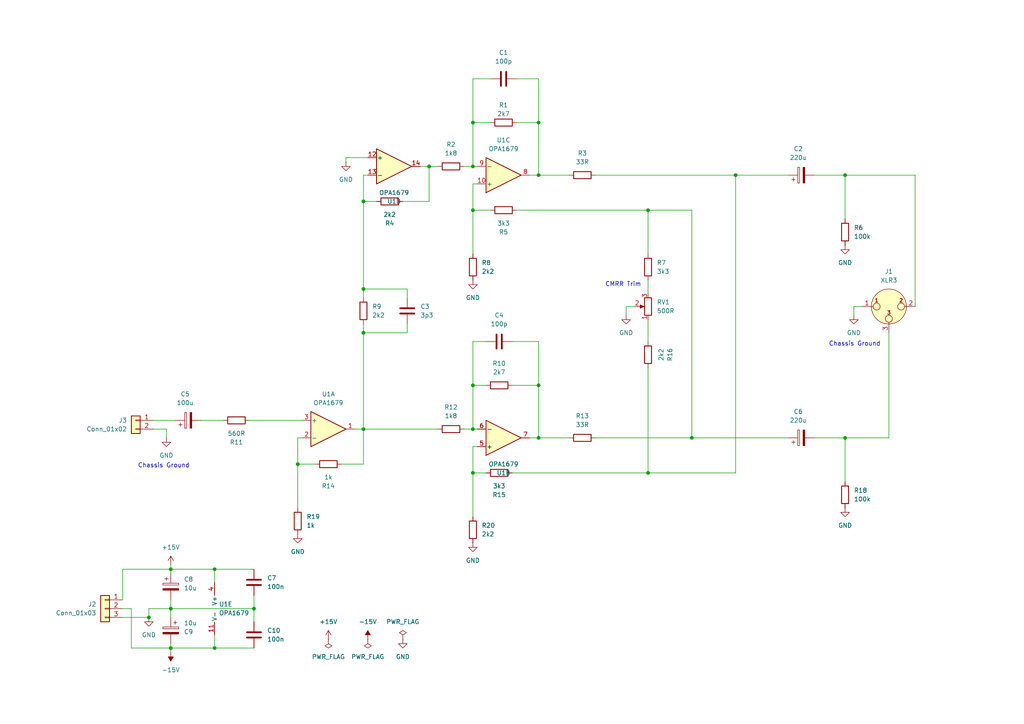
<source format=kicad_sch>
(kicad_sch (version 20231120) (generator "eeschema") (generator_version "8.0")
  (paper "A4")
  (title_block (title "Hybrid Line Driver") (date "2024-05-06") (rev "03") (company "Greybox Audio"))
  (lib_symbols
    (symbol "+15V_1" (power) (pin_numbers hide) (pin_names (offset 0) hide)
      (property "Value" "+15V" (at 0 3.556 0))
      (symbol "+15V_1_0_1"
        (polyline (pts (xy -0.762 1.27) (xy 0 2.54)))
        (polyline (pts (xy 0 0) (xy 0 2.54)))
        (polyline (pts (xy 0 2.54) (xy 0.762 1.27)))
      )
      (symbol "+15V_1_1_1"
        (pin power_in line (at 0 0 90) (length 0) (name "~") (number "1"))
      )
    )
    (symbol "Amplifier_Operational:OPA1679" (pin_names (offset 0.127))
      (property "Reference" "U" (at 0 5.08 0))
      (property "Value" "OPA1679" (at 0 -5.08 0))
      (symbol "OPA1679_1_1"
        (polyline (pts (xy -5.08 5.08) (xy 5.08 0) (xy -5.08 -5.08) (xy -5.08 5.08)) (stroke (width 0.254)) (fill (type background)))
        (pin output line (at 7.62 0 180) (length 2.54) (name "~") (number "1"))
        (pin input line (at -7.62 -2.54 0) (length 2.54) (name "-") (number "2"))
        (pin input line (at -7.62 2.54 0) (length 2.54) (name "+") (number "3"))
      )
      (symbol "OPA1679_2_1"
        (polyline (pts (xy -5.08 5.08) (xy 5.08 0) (xy -5.08 -5.08) (xy -5.08 5.08)) (stroke (width 0.254)) (fill (type background)))
        (pin input line (at -7.62 2.54 0) (length 2.54) (name "+") (number "5"))
        (pin input line (at -7.62 -2.54 0) (length 2.54) (name "-") (number "6"))
        (pin output line (at 7.62 0 180) (length 2.54) (name "~") (number "7"))
      )
      (symbol "OPA1679_3_1"
        (polyline (pts (xy -5.08 5.08) (xy 5.08 0) (xy -5.08 -5.08) (xy -5.08 5.08)) (stroke (width 0.254)) (fill (type background)))
        (pin input line (at -7.62 2.54 0) (length 2.54) (name "+") (number "10"))
        (pin output line (at 7.62 0 180) (length 2.54) (name "~") (number "8"))
        (pin input line (at -7.62 -2.54 0) (length 2.54) (name "-") (number "9"))
      )
      (symbol "OPA1679_4_1"
        (polyline (pts (xy -5.08 5.08) (xy 5.08 0) (xy -5.08 -5.08) (xy -5.08 5.08)) (stroke (width 0.254)) (fill (type background)))
        (pin input line (at -7.62 2.54 0) (length 2.54) (name "+") (number "12"))
        (pin input line (at -7.62 -2.54 0) (length 2.54) (name "-") (number "13"))
        (pin output line (at 7.62 0 180) (length 2.54) (name "~") (number "14"))
      )
      (symbol "OPA1679_5_1"
        (pin power_in line (at -2.54 -7.62 90) (length 3.81) (name "V-") (number "11"))
        (pin power_in line (at -2.54 7.62 270) (length 3.81) (name "V+") (number "4"))
      )
    )
    (symbol "Connector_Audio:XLR3" (pin_names hide)
      (property "Reference" "J" (at 0 8.89 0))
      (property "Value" "XLR3" (at 0 6.35 0))
      (symbol "XLR3_0_1"
        (circle (center -3.556 0) (radius 1.016))
        (circle (center 0 -3.556) (radius 1.016))
        (polyline (pts (xy -5.08 0) (xy -4.572 0)))
        (polyline (pts (xy 0 -5.08) (xy 0 -4.572)))
        (polyline (pts (xy 5.08 0) (xy 4.572 0)))
        (circle (center 0 0) (radius 5.08) (fill (type background)))
        (circle (center 3.556 0) (radius 1.016))
        (text "1" (at -3.556 1.778 0) (effects (font (size 1.016 1.016) (bold yes))))
        (text "2" (at 3.556 1.778 0) (effects (font (size 1.016 1.016) (bold yes))))
        (text "3" (at 0 -1.778 0) (effects (font (size 1.016 1.016) (bold yes))))
        (pin passive line (at -7.62 0 0) (length 2.54) (name "~") (number "1"))
        (pin passive line (at 7.62 0 180) (length 2.54) (name "~") (number "2"))
        (pin passive line (at 0 -7.62 90) (length 2.54) (name "~") (number "3"))
      )
    )
    (symbol "Connector_Generic:Conn_01x02" (pin_names (offset 1.016) hide)
      (property "Reference" "J" (at 0 2.54 0))
      (property "Value" "Conn_01x02" (at 0 -5.08 0))
      (symbol "Conn_01x02_1_1"
        (rectangle (start -1.27 -2.413) (end 0 -2.667) (stroke (width 0.1524)))
        (rectangle (start -1.27 0.127) (end 0 -0.127) (stroke (width 0.1524)))
        (rectangle (start -1.27 1.27) (end 1.27 -3.81) (stroke (width 0.254)) (fill (type background)))
        (pin passive line (at -5.08 0 0) (length 3.81) (name "Pin_1") (number "1"))
        (pin passive line (at -5.08 -2.54 0) (length 3.81) (name "Pin_2") (number "2"))
      )
    )
    (symbol "Connector_Generic:Conn_01x03" (pin_names (offset 1.016) hide)
      (property "Reference" "J" (at 0 5.08 0))
      (property "Value" "Conn_01x03" (at 0 -5.08 0))
      (symbol "Conn_01x03_1_1"
        (rectangle (start -1.27 -2.413) (end 0 -2.667) (stroke (width 0.1524)))
        (rectangle (start -1.27 0.127) (end 0 -0.127) (stroke (width 0.1524)))
        (rectangle (start -1.27 2.667) (end 0 2.413) (stroke (width 0.1524)))
        (rectangle (start -1.27 3.81) (end 1.27 -3.81) (stroke (width 0.254)) (fill (type background)))
        (pin passive line (at -5.08 2.54 0) (length 3.81) (name "Pin_1") (number "1"))
        (pin passive line (at -5.08 0 0) (length 3.81) (name "Pin_2") (number "2"))
        (pin passive line (at -5.08 -2.54 0) (length 3.81) (name "Pin_3") (number "3"))
      )
    )
    (symbol "Device:C" (pin_numbers hide) (pin_names (offset 0.254))
      (property "Reference" "C" (at 0.635 2.54 0))
      (property "Value" "C" (at 0.635 -2.54 0))
      (symbol "C_0_1"
        (polyline (pts (xy -2.032 -0.762) (xy 2.032 -0.762)) (stroke (width 0.508)))
        (polyline (pts (xy -2.032 0.762) (xy 2.032 0.762)) (stroke (width 0.508)))
      )
      (symbol "C_1_1"
        (pin passive line (at 0 3.81 270) (length 2.794) (name "~") (number "1"))
        (pin passive line (at 0 -3.81 90) (length 2.794) (name "~") (number "2"))
      )
    )
    (symbol "Device:C_Polarized" (pin_numbers hide) (pin_names (offset 0.254))
      (property "Reference" "C" (at 0.635 2.54 0))
      (property "Value" "C_Polarized" (at 0.635 -2.54 0))
      (symbol "C_Polarized_0_1"
        (rectangle (start -2.286 0.508) (end 2.286 1.016))
        (polyline (pts (xy -1.778 2.286) (xy -0.762 2.286)))
        (polyline (pts (xy -1.27 2.794) (xy -1.27 1.778)))
        (rectangle (start 2.286 -0.508) (end -2.286 -1.016) (fill (type outline)))
      )
      (symbol "C_Polarized_1_1"
        (pin passive line (at 0 3.81 270) (length 2.794) (name "~") (number "1"))
        (pin passive line (at 0 -3.81 90) (length 2.794) (name "~") (number "2"))
      )
    )
    (symbol "Device:R" (pin_numbers hide) (pin_names (offset 0))
      (property "Reference" "R" (at 2.032 0 90))
      (property "Value" "R" (at 0 0 90))
      (symbol "R_0_1"
        (rectangle (start -1.016 -2.54) (end 1.016 2.54) (stroke (width 0.254)))
      )
      (symbol "R_1_1"
        (pin passive line (at 0 3.81 270) (length 1.27) (name "~") (number "1"))
        (pin passive line (at 0 -3.81 90) (length 1.27) (name "~") (number "2"))
      )
    )
    (symbol "Device:R_Potentiometer" (pin_names (offset 1.016) hide)
      (property "Reference" "RV" (at -4.445 0 90))
      (property "Value" "R_Potentiometer" (at -2.54 0 90))
      (symbol "R_Potentiometer_0_1"
        (polyline (pts (xy 2.54 0) (xy 1.524 0)))
        (polyline (pts (xy 1.143 0) (xy 2.286 0.508) (xy 2.286 -0.508) (xy 1.143 0)) (fill (type outline)))
        (rectangle (start 1.016 2.54) (end -1.016 -2.54) (stroke (width 0.254)))
      )
      (symbol "R_Potentiometer_1_1"
        (pin passive line (at 0 3.81 270) (length 1.27) (name "1") (number "1"))
        (pin passive line (at 3.81 0 180) (length 1.27) (name "2") (number "2"))
        (pin passive line (at 0 -3.81 90) (length 1.27) (name "3") (number "3"))
      )
    )
    (symbol "GND_1" (power) (pin_numbers hide) (pin_names (offset 0) hide)
      (property "Value" "GND" (at 0 -3.81 0))
      (symbol "GND_1_0_1"
        (polyline (pts (xy 0 0) (xy 0 -1.27) (xy 1.27 -1.27) (xy 0 -2.54) (xy -1.27 -1.27) (xy 0 -1.27)))
      )
      (symbol "GND_1_1_1"
        (pin power_in line (at 0 0 270) (length 0) (name "~") (number "1"))
      )
    )
    (symbol "power:-15V" (power) (pin_numbers hide) (pin_names (offset 0) hide)
      (property "Value" "-15V" (at 0 3.556 0))
      (symbol "-15V_0_0"
        (pin power_in line (at 0 0 90) (length 0) (name "~") (number "1"))
      )
      (symbol "-15V_0_1"
        (polyline (pts (xy 0 0) (xy 0 1.27) (xy 0.762 1.27) (xy 0 2.54) (xy -0.762 1.27) (xy 0 1.27)) (fill (type outline)))
      )
    )
    (symbol "power:PWR_FLAG" (power) (pin_numbers hide) (pin_names (offset 0) hide)
      (property "Value" "PWR_FLAG" (at 0 3.81 0))
      (symbol "PWR_FLAG_0_0"
        (pin power_out line (at 0 0 90) (length 0) (name "~") (number "1"))
      )
      (symbol "PWR_FLAG_0_1"
        (polyline (pts (xy 0 0) (xy 0 1.27) (xy -1.016 1.905) (xy 0 2.54) (xy 1.016 1.905) (xy 0 1.27)))
      )
    )
  )
  (junction (at 187.96 137.16))
  (junction (at 105.41 83.82))
  (junction (at 200.66 127))
  (junction (at 73.66 176.53))
  (junction (at 137.16 48.26))
  (junction (at 213.36 50.8))
  (junction (at 43.18 179.07))
  (junction (at 156.21 35.56))
  (junction (at 137.16 111.76))
  (junction (at 187.96 60.96))
  (junction (at 245.11 50.8))
  (junction (at 86.36 134.62))
  (junction (at 156.21 50.8))
  (junction (at 137.16 35.56))
  (junction (at 137.16 124.46))
  (junction (at 49.53 187.96))
  (junction (at 245.11 127))
  (junction (at 62.23 165.1))
  (junction (at 49.53 176.53))
  (junction (at 105.41 58.42))
  (junction (at 156.21 111.76))
  (junction (at 49.53 165.1))
  (junction (at 105.41 124.46))
  (junction (at 156.21 127))
  (junction (at 137.16 137.16))
  (junction (at 124.46 48.26))
  (junction (at 62.23 187.96))
  (junction (at 137.16 60.96))
  (junction (at 105.41 96.52))
  (wire (pts (xy 86.36 134.62) (xy 91.44 134.62)))
  (wire (pts (xy 38.1 176.53) (xy 38.1 187.96)))
  (wire (pts (xy 72.39 121.92) (xy 87.63 121.92)))
  (wire (pts (xy 49.53 176.53) (xy 49.53 179.07)))
  (wire (pts (xy 105.41 50.8) (xy 105.41 58.42)))
  (wire (pts (xy 257.81 96.52) (xy 257.81 127)))
  (wire (pts (xy 134.62 124.46) (xy 137.16 124.46)))
  (wire (pts (xy 35.56 173.99) (xy 35.56 165.1)))
  (wire (pts (xy 137.16 99.06) (xy 137.16 111.76)))
  (wire (pts (xy 187.96 81.28) (xy 187.96 85.09)))
  (wire (pts (xy 137.16 129.54) (xy 137.16 137.16)))
  (wire (pts (xy 137.16 111.76) (xy 137.16 124.46)))
  (wire (pts (xy 156.21 127) (xy 165.1 127)))
  (wire (pts (xy 149.86 60.96) (xy 187.96 60.96)))
  (wire (pts (xy 100.33 45.72) (xy 100.33 46.99)))
  (wire (pts (xy 86.36 127) (xy 87.63 127)))
  (wire (pts (xy 149.86 22.86) (xy 156.21 22.86)))
  (wire (pts (xy 49.53 176.53) (xy 73.66 176.53)))
  (wire (pts (xy 245.11 127) (xy 257.81 127)))
  (wire (pts (xy 134.62 48.26) (xy 137.16 48.26)))
  (wire (pts (xy 181.61 88.9) (xy 184.15 88.9)))
  (wire (pts (xy 137.16 137.16) (xy 137.16 149.86)))
  (wire (pts (xy 105.41 58.42) (xy 109.22 58.42)))
  (wire (pts (xy 105.41 124.46) (xy 127 124.46)))
  (wire (pts (xy 156.21 22.86) (xy 156.21 35.56)))
  (wire (pts (xy 49.53 187.96) (xy 62.23 187.96)))
  (wire (pts (xy 49.53 163.83) (xy 49.53 165.1)))
  (wire (pts (xy 156.21 50.8) (xy 165.1 50.8)))
  (wire (pts (xy 137.16 124.46) (xy 138.43 124.46)))
  (wire (pts (xy 49.53 187.96) (xy 49.53 189.23)))
  (wire (pts (xy 247.65 88.9) (xy 247.65 91.44)))
  (wire (pts (xy 35.56 176.53) (xy 38.1 176.53)))
  (wire (pts (xy 35.56 165.1) (xy 49.53 165.1)))
  (wire (pts (xy 236.22 127) (xy 245.11 127)))
  (wire (pts (xy 62.23 165.1) (xy 49.53 165.1)))
  (wire (pts (xy 245.11 139.7) (xy 245.11 127)))
  (wire (pts (xy 200.66 127) (xy 228.6 127)))
  (wire (pts (xy 137.16 35.56) (xy 137.16 48.26)))
  (wire (pts (xy 62.23 184.15) (xy 62.23 187.96)))
  (wire (pts (xy 200.66 60.96) (xy 200.66 127)))
  (wire (pts (xy 105.41 83.82) (xy 105.41 86.36)))
  (wire (pts (xy 148.59 99.06) (xy 156.21 99.06)))
  (wire (pts (xy 250.19 88.9) (xy 247.65 88.9)))
  (wire (pts (xy 105.41 50.8) (xy 106.68 50.8)))
  (wire (pts (xy 49.53 186.69) (xy 49.53 187.96)))
  (wire (pts (xy 44.45 124.46) (xy 48.26 124.46)))
  (wire (pts (xy 124.46 48.26) (xy 127 48.26)))
  (wire (pts (xy 86.36 127) (xy 86.36 134.62)))
  (wire (pts (xy 187.96 60.96) (xy 187.96 73.66)))
  (wire (pts (xy 43.18 179.07) (xy 43.18 176.53)))
  (wire (pts (xy 156.21 111.76) (xy 148.59 111.76)))
  (wire (pts (xy 172.72 127) (xy 200.66 127)))
  (wire (pts (xy 137.16 53.34) (xy 138.43 53.34)))
  (wire (pts (xy 86.36 134.62) (xy 86.36 147.32)))
  (wire (pts (xy 149.86 35.56) (xy 156.21 35.56)))
  (wire (pts (xy 105.41 96.52) (xy 118.11 96.52)))
  (wire (pts (xy 137.16 111.76) (xy 140.97 111.76)))
  (wire (pts (xy 73.66 176.53) (xy 73.66 180.34)))
  (wire (pts (xy 137.16 22.86) (xy 142.24 22.86)))
  (wire (pts (xy 187.96 106.68) (xy 187.96 137.16)))
  (wire (pts (xy 156.21 99.06) (xy 156.21 111.76)))
  (wire (pts (xy 137.16 60.96) (xy 142.24 60.96)))
  (wire (pts (xy 124.46 58.42) (xy 116.84 58.42)))
  (wire (pts (xy 105.41 134.62) (xy 105.41 124.46)))
  (wire (pts (xy 49.53 176.53) (xy 49.53 173.99)))
  (wire (pts (xy 124.46 58.42) (xy 124.46 48.26)))
  (wire (pts (xy 181.61 88.9) (xy 181.61 91.44)))
  (wire (pts (xy 153.67 127) (xy 156.21 127)))
  (wire (pts (xy 213.36 50.8) (xy 213.36 137.16)))
  (wire (pts (xy 172.72 50.8) (xy 213.36 50.8)))
  (wire (pts (xy 137.16 137.16) (xy 140.97 137.16)))
  (wire (pts (xy 137.16 53.34) (xy 137.16 60.96)))
  (wire (pts (xy 35.56 179.07) (xy 43.18 179.07)))
  (wire (pts (xy 73.66 172.72) (xy 73.66 176.53)))
  (wire (pts (xy 62.23 165.1) (xy 73.66 165.1)))
  (wire (pts (xy 105.41 134.62) (xy 99.06 134.62)))
  (wire (pts (xy 44.45 121.92) (xy 50.8 121.92)))
  (wire (pts (xy 118.11 83.82) (xy 118.11 86.36)))
  (wire (pts (xy 148.59 137.16) (xy 187.96 137.16)))
  (wire (pts (xy 137.16 99.06) (xy 140.97 99.06)))
  (wire (pts (xy 49.53 187.96) (xy 38.1 187.96)))
  (wire (pts (xy 105.41 93.98) (xy 105.41 96.52)))
  (wire (pts (xy 49.53 165.1) (xy 49.53 166.37)))
  (wire (pts (xy 105.41 58.42) (xy 105.41 83.82)))
  (wire (pts (xy 102.87 124.46) (xy 105.41 124.46)))
  (wire (pts (xy 100.33 45.72) (xy 106.68 45.72)))
  (wire (pts (xy 62.23 187.96) (xy 73.66 187.96)))
  (wire (pts (xy 105.41 83.82) (xy 118.11 83.82)))
  (wire (pts (xy 156.21 111.76) (xy 156.21 127)))
  (wire (pts (xy 153.67 50.8) (xy 156.21 50.8)))
  (wire (pts (xy 137.16 35.56) (xy 142.24 35.56)))
  (wire (pts (xy 137.16 22.86) (xy 137.16 35.56)))
  (wire (pts (xy 213.36 50.8) (xy 228.6 50.8)))
  (wire (pts (xy 137.16 48.26) (xy 138.43 48.26)))
  (wire (pts (xy 236.22 50.8) (xy 245.11 50.8)))
  (wire (pts (xy 187.96 60.96) (xy 200.66 60.96)))
  (wire (pts (xy 156.21 35.56) (xy 156.21 50.8)))
  (wire (pts (xy 245.11 50.8) (xy 265.43 50.8)))
  (wire (pts (xy 124.46 48.26) (xy 121.92 48.26)))
  (wire (pts (xy 58.42 121.92) (xy 64.77 121.92)))
  (wire (pts (xy 137.16 60.96) (xy 137.16 73.66)))
  (wire (pts (xy 118.11 93.98) (xy 118.11 96.52)))
  (wire (pts (xy 105.41 96.52) (xy 105.41 124.46)))
  (wire (pts (xy 187.96 92.71) (xy 187.96 99.06)))
  (wire (pts (xy 48.26 124.46) (xy 48.26 127)))
  (wire (pts (xy 43.18 176.53) (xy 49.53 176.53)))
  (wire (pts (xy 245.11 50.8) (xy 245.11 63.5)))
  (wire (pts (xy 62.23 165.1) (xy 62.23 168.91)))
  (wire (pts (xy 265.43 88.9) (xy 265.43 50.8)))
  (wire (pts (xy 187.96 137.16) (xy 213.36 137.16)))
  (wire (pts (xy 137.16 129.54) (xy 138.43 129.54)))
  (text "Chassis Ground" (at 47.498 135.128 0) (effects (font (size 1.27 1.27))))
  (text "CMRR Trim" (at 175.514 83.312 0) (effects (font (size 1.27 1.27)) (justify left bottom)))
  (text "Chassis Ground" (at 247.904 99.822 0) (effects (font (size 1.27 1.27))))
  (symbol (lib_name "GND_1") (lib_id "power:GND") (at 245.11 71.12 0) (unit 1)
    (property "Reference" "#PWR02" (effects (hide yes)))
    (property "Value" "GND" (at 245.11 76.2 0))
    (property "Description" "Power symbol creates a global label with name \"GND\" , ground" (effects (hide yes)))
  )
  (symbol (lib_id "Amplifier_Operational:OPA1679") (at 146.05 50.8 0) (mirror x) (unit 3)
    (property "Reference" "U1" (at 146.05 40.64 0))
    (property "Value" "OPA1679" (at 146.05 43.18 0))
    (property "Footprint" "Package_SO:SOIC-14_3.9x8.7mm_P1.27mm" (effects (hide yes)))
    (property "Datasheet" "http://www.ti.com/lit/ds/symlink/opa1678.pdf" (effects (hide yes)))
    (property "Description" "Low-Distortion Audio Operational Amplifiers, SOIC-14/TSSOP-14" (effects (hide yes)))
  )
  (symbol (lib_id "Device:C") (at 73.66 168.91 0) (unit 1)
    (property "Reference" "C7" (at 77.47 167.64 0) (effects (justify left)))
    (property "Value" "100n" (at 77.47 170.18 0) (effects (justify left)))
    (property "Footprint" "Capacitor_SMD:C_1206_3216Metric" (effects (hide yes)))
  )
  (symbol (lib_id "Device:C") (at 144.78 99.06 90) (unit 1)
    (property "Reference" "C4" (at 144.78 91.44 90))
    (property "Value" "100p" (at 144.78 93.98 90))
    (property "Footprint" "Capacitor_SMD:C_1206_3216Metric" (effects (hide yes)))
  )
  (symbol (lib_id "Device:R") (at 137.16 77.47 180) (unit 1)
    (property "Reference" "R8" (at 139.7 76.2 0) (effects (justify right)))
    (property "Value" "2k2" (at 139.7 78.74 0) (effects (justify right)))
    (property "Footprint" "Resistor_SMD:R_1206_3216Metric" (effects (hide yes)))
  )
  (symbol (lib_id "Amplifier_Operational:OPA1679") (at 95.25 124.46 0) (unit 1)
    (property "Reference" "U1" (at 95.25 114.3 0))
    (property "Value" "OPA1679" (at 95.25 116.84 0))
    (property "Footprint" "Package_SO:SOIC-14_3.9x8.7mm_P1.27mm" (effects (hide yes)))
    (property "Datasheet" "http://www.ti.com/lit/ds/symlink/opa1678.pdf" (effects (hide yes)))
    (property "Description" "Low-Distortion Audio Operational Amplifiers, SOIC-14/TSSOP-14" (effects (hide yes)))
  )
  (symbol (lib_id "Device:C_Polarized") (at 232.41 127 90) (unit 1)
    (property "Reference" "C6" (at 231.521 119.38 90))
    (property "Value" "220u" (at 231.521 121.92 90))
    (property "Footprint" "Capacitor_THT:CP_Radial_D8.0mm_P3.50mm" (effects (hide yes)))
  )
  (symbol (lib_id "Device:R") (at 144.78 137.16 90) (mirror x) (unit 1)
    (property "Reference" "R15" (at 144.78 143.51 90))
    (property "Value" "3k3" (at 144.78 140.97 90))
    (property "Footprint" "Resistor_SMD:R_1206_3216Metric" (effects (hide yes)))
  )
  (symbol (lib_id "power:-15V") (at 49.53 189.23 180) (unit 1)
    (property "Reference" "#PWR013" (effects (hide yes)))
    (property "Value" "-15V" (at 49.53 194.31 0))
    (property "Description" "Power symbol creates a global label with name \"-15V\"" (effects (hide yes)))
  )
  (symbol (lib_name "GND_1") (lib_id "power:GND") (at 43.18 179.07 0) (unit 1)
    (property "Reference" "#PWR012" (effects (hide yes)))
    (property "Value" "GND" (at 43.18 184.15 0))
    (property "Description" "Power symbol creates a global label with name \"GND\" , ground" (effects (hide yes)))
  )
  (symbol (lib_id "Amplifier_Operational:OPA1679") (at 114.3 48.26 0) (unit 4)
    (property "Reference" "U1" (at 114.3 58.42 0))
    (property "Value" "OPA1679" (at 114.3 55.88 0))
    (property "Footprint" "Package_SO:SOIC-14_3.9x8.7mm_P1.27mm" (effects (hide yes)))
    (property "Datasheet" "http://www.ti.com/lit/ds/symlink/opa1678.pdf" (effects (hide yes)))
    (property "Description" "Low-Distortion Audio Operational Amplifiers, SOIC-14/TSSOP-14" (effects (hide yes)))
  )
  (symbol (lib_id "Device:R") (at 68.58 121.92 90) (mirror x) (unit 1)
    (property "Reference" "R11" (at 68.58 128.27 90))
    (property "Value" "560R" (at 68.58 125.73 90))
    (property "Footprint" "Resistor_SMD:R_1206_3216Metric" (effects (hide yes)))
  )
  (symbol (lib_id "Device:R") (at 187.96 102.87 0) (mirror x) (unit 1)
    (property "Reference" "R16" (at 194.31 102.87 90))
    (property "Value" "2k2" (at 191.77 102.87 90))
    (property "Footprint" "Resistor_SMD:R_1206_3216Metric" (effects (hide yes)))
  )
  (symbol (lib_name "GND_1") (lib_id "power:GND") (at 86.36 154.94 0) (unit 1)
    (property "Reference" "#PWR09" (effects (hide yes)))
    (property "Value" "GND" (at 86.36 160.02 0))
    (property "Description" "Power symbol creates a global label with name \"GND\" , ground" (effects (hide yes)))
  )
  (symbol (lib_id "Device:R") (at 168.91 50.8 90) (unit 1)
    (property "Reference" "R3" (at 168.91 44.45 90))
    (property "Value" "33R" (at 168.91 46.99 90))
    (property "Footprint" "Resistor_SMD:R_1206_3216Metric" (effects (hide yes)))
  )
  (symbol (lib_id "Connector_Generic:Conn_01x02") (at 39.37 121.92 0) (mirror y) (unit 1)
    (property "Reference" "J3" (at 36.83 121.9199 0) (effects (justify left)))
    (property "Value" "Conn_01x02" (at 36.83 124.4599 0) (effects (justify left)))
    (property "Footprint" "Connector_PinHeader_2.54mm:PinHeader_1x02_P2.54mm_Vertical" (effects (hide yes)))
    (property "Description" "Generic connector, single row, 01x02, script generated (kicad-library-utils/schlib/autogen/connector/)" (effects (hide yes)))
  )
  (symbol (lib_id "power:-15V") (at 106.68 185.42 0) (mirror y) (unit 1)
    (property "Reference" "#PWR014" (effects (hide yes)))
    (property "Value" "-15V" (at 106.68 180.34 0))
    (property "Description" "Power symbol creates a global label with name \"-15V\"" (effects (hide yes)))
  )
  (symbol (lib_id "Connector_Generic:Conn_01x03") (at 30.48 176.53 0) (mirror y) (unit 1)
    (property "Reference" "J2" (at 27.94 175.2599 0) (effects (justify left)))
    (property "Value" "Conn_01x03" (at 27.94 177.7999 0) (effects (justify left)))
    (property "Footprint" "Connector_PinHeader_2.54mm:PinHeader_1x03_P2.54mm_Vertical" (effects (hide yes)))
    (property "Description" "Generic connector, single row, 01x03, script generated (kicad-library-utils/schlib/autogen/connector/)" (effects (hide yes)))
  )
  (symbol (lib_id "Device:R") (at 146.05 35.56 90) (unit 1)
    (property "Reference" "R1" (at 146.05 30.48 90))
    (property "Value" "2k7" (at 146.05 33.02 90))
    (property "Footprint" "Resistor_SMD:R_1206_3216Metric" (effects (hide yes)))
  )
  (symbol (lib_name "GND_1") (lib_id "power:GND") (at 247.65 91.44 0) (unit 1)
    (property "Reference" "#PWR05" (effects (hide yes)))
    (property "Value" "GND" (at 247.65 96.52 0))
    (property "Description" "Power symbol creates a global label with name \"GND\" , ground" (effects (hide yes)))
  )
  (symbol (lib_id "Device:R_Potentiometer") (at 187.96 88.9 180) (unit 1)
    (property "Reference" "RV1" (at 190.5 87.63 0) (effects (justify right)))
    (property "Value" "500R" (at 190.5 90.17 0) (effects (justify right)))
    (property "Footprint" "Connector_PinHeader_2.54mm:PinHeader_1x03_P2.54mm_Vertical" (effects (hide yes)))
  )
  (symbol (lib_id "Device:R") (at 105.41 90.17 180) (unit 1)
    (property "Reference" "R9" (at 107.95 88.9 0) (effects (justify right)))
    (property "Value" "2k2" (at 107.95 91.44 0) (effects (justify right)))
    (property "Footprint" "Resistor_SMD:R_1206_3216Metric" (effects (hide yes)))
  )
  (symbol (lib_name "GND_1") (lib_id "power:GND") (at 181.61 91.44 0) (unit 1)
    (property "Reference" "#PWR04" (effects (hide yes)))
    (property "Value" "GND" (at 181.61 96.52 0))
    (property "Description" "Power symbol creates a global label with name \"GND\" , ground" (effects (hide yes)))
  )
  (symbol (lib_id "Device:R") (at 146.05 60.96 90) (mirror x) (unit 1)
    (property "Reference" "R5" (at 146.05 67.31 90))
    (property "Value" "3k3" (at 146.05 64.77 90))
    (property "Footprint" "Resistor_SMD:R_1206_3216Metric" (effects (hide yes)))
  )
  (symbol (lib_id "Device:C") (at 118.11 90.17 180) (unit 1)
    (property "Reference" "C3" (at 121.92 88.9 0) (effects (justify right)))
    (property "Value" "3p3" (at 121.92 91.44 0) (effects (justify right)))
    (property "Footprint" "Capacitor_SMD:C_1206_3216Metric" (effects (hide yes)))
  )
  (symbol (lib_id "Amplifier_Operational:OPA1679") (at 146.05 127 0) (mirror x) (unit 2)
    (property "Reference" "U1" (at 146.05 137.16 0))
    (property "Value" "OPA1679" (at 146.05 134.62 0))
    (property "Footprint" "Package_SO:SOIC-14_3.9x8.7mm_P1.27mm" (effects (hide yes)))
    (property "Datasheet" "http://www.ti.com/lit/ds/symlink/opa1678.pdf" (effects (hide yes)))
    (property "Description" "Low-Distortion Audio Operational Amplifiers, SOIC-14/TSSOP-14" (effects (hide yes)))
  )
  (symbol (lib_name "GND_1") (lib_id "power:GND") (at 137.16 157.48 0) (unit 1)
    (property "Reference" "#PWR010" (effects (hide yes)))
    (property "Value" "GND" (at 137.16 162.56 0))
    (property "Description" "Power symbol creates a global label with name \"GND\" , ground" (effects (hide yes)))
  )
  (symbol (lib_id "power:PWR_FLAG") (at 116.84 185.42 0) (unit 1)
    (property "Reference" "#FLG05" (effects (hide yes)))
    (property "Value" "PWR_FLAG" (at 116.84 180.34 0))
    (property "Description" "Special symbol for telling ERC where power comes from" (effects (hide yes)))
  )
  (symbol (lib_id "Device:C_Polarized") (at 232.41 50.8 90) (unit 1)
    (property "Reference" "C2" (at 231.521 43.18 90))
    (property "Value" "220u" (at 231.521 45.72 90))
    (property "Footprint" "Capacitor_THT:CP_Radial_D8.0mm_P3.50mm" (effects (hide yes)))
  )
  (symbol (lib_id "Device:C_Polarized") (at 49.53 170.18 0) (unit 1)
    (property "Reference" "C8" (at 53.34 168.021 0) (effects (justify left)))
    (property "Value" "10u" (at 53.34 170.561 0) (effects (justify left)))
    (property "Footprint" "Capacitor_THT:CP_Radial_D6.3mm_P2.50mm" (effects (hide yes)))
  )
  (symbol (lib_id "Device:R") (at 137.16 153.67 180) (unit 1)
    (property "Reference" "R20" (at 139.7 152.4 0) (effects (justify right)))
    (property "Value" "2k2" (at 139.7 154.94 0) (effects (justify right)))
    (property "Footprint" "Resistor_SMD:R_1206_3216Metric" (effects (hide yes)))
  )
  (symbol (lib_id "power:PWR_FLAG") (at 95.25 185.42 0) (mirror x) (unit 1)
    (property "Reference" "#FLG01" (effects (hide yes)))
    (property "Value" "PWR_FLAG" (at 95.25 190.5 0))
    (property "Description" "Special symbol for telling ERC where power comes from" (effects (hide yes)))
  )
  (symbol (lib_id "Device:R") (at 168.91 127 90) (unit 1)
    (property "Reference" "R13" (at 168.91 120.65 90))
    (property "Value" "33R" (at 168.91 123.19 90))
    (property "Footprint" "Resistor_SMD:R_1206_3216Metric" (effects (hide yes)))
  )
  (symbol (lib_name "GND_1") (lib_id "power:GND") (at 48.26 127 0) (unit 1)
    (property "Reference" "#PWR06" (effects (hide yes)))
    (property "Value" "GND" (at 48.26 132.08 0))
    (property "Description" "Power symbol creates a global label with name \"GND\" , ground" (effects (hide yes)))
  )
  (symbol (lib_id "Device:C") (at 146.05 22.86 90) (unit 1)
    (property "Reference" "C1" (at 146.05 15.24 90))
    (property "Value" "100p" (at 146.05 17.78 90))
    (property "Footprint" "Capacitor_SMD:C_1206_3216Metric" (effects (hide yes)))
  )
  (symbol (lib_id "power:PWR_FLAG") (at 106.68 185.42 0) (mirror x) (unit 1)
    (property "Reference" "#FLG02" (effects (hide yes)))
    (property "Value" "PWR_FLAG" (at 106.68 190.5 0))
    (property "Description" "Special symbol for telling ERC where power comes from" (effects (hide yes)))
  )
  (symbol (lib_name "GND_1") (lib_id "power:GND") (at 245.11 147.32 0) (unit 1)
    (property "Reference" "#PWR08" (effects (hide yes)))
    (property "Value" "GND" (at 245.11 152.4 0))
    (property "Description" "Power symbol creates a global label with name \"GND\" , ground" (effects (hide yes)))
  )
  (symbol (lib_id "Device:R") (at 130.81 48.26 90) (unit 1)
    (property "Reference" "R2" (at 130.81 41.91 90))
    (property "Value" "1k8" (at 130.81 44.45 90))
    (property "Footprint" "Resistor_SMD:R_1206_3216Metric" (effects (hide yes)))
  )
  (symbol (lib_id "Device:R") (at 130.81 124.46 90) (unit 1)
    (property "Reference" "R12" (at 130.81 118.11 90))
    (property "Value" "1k8" (at 130.81 120.65 90))
    (property "Footprint" "Resistor_SMD:R_1206_3216Metric" (effects (hide yes)))
  )
  (symbol (lib_id "Device:R") (at 245.11 143.51 180) (unit 1)
    (property "Reference" "R18" (at 247.65 142.24 0) (effects (justify right)))
    (property "Value" "100k" (at 247.65 144.78 0) (effects (justify right)))
    (property "Footprint" "Resistor_SMD:R_1206_3216Metric" (effects (hide yes)))
  )
  (symbol (lib_id "Device:R") (at 86.36 151.13 180) (unit 1)
    (property "Reference" "R19" (at 88.9 149.86 0) (effects (justify right)))
    (property "Value" "1k" (at 88.9 152.4 0) (effects (justify right)))
    (property "Footprint" "Resistor_SMD:R_1206_3216Metric" (effects (hide yes)))
  )
  (symbol (lib_id "Device:R") (at 245.11 67.31 180) (unit 1)
    (property "Reference" "R6" (at 247.65 66.04 0) (effects (justify right)))
    (property "Value" "100k" (at 247.65 68.58 0) (effects (justify right)))
    (property "Footprint" "Resistor_SMD:R_1206_3216Metric" (effects (hide yes)))
  )
  (symbol (lib_id "Device:C") (at 73.66 184.15 0) (unit 1)
    (property "Reference" "C10" (at 77.47 182.88 0) (effects (justify left)))
    (property "Value" "100n" (at 77.47 185.42 0) (effects (justify left)))
    (property "Footprint" "Capacitor_SMD:C_1206_3216Metric" (effects (hide yes)))
  )
  (symbol (lib_id "Device:C_Polarized") (at 49.53 182.88 0) (mirror y) (unit 1)
    (property "Reference" "C9" (at 53.34 183.261 0) (effects (justify right)))
    (property "Value" "10u" (at 53.34 180.721 0) (effects (justify right)))
    (property "Footprint" "Capacitor_THT:CP_Radial_D6.3mm_P2.50mm" (effects (hide yes)))
  )
  (symbol (lib_id "Amplifier_Operational:OPA1679") (at 64.77 176.53 0) (unit 5)
    (property "Reference" "U1" (at 63.5 175.2599 0) (effects (justify left)))
    (property "Value" "OPA1679" (at 63.5 177.7999 0) (effects (justify left)))
    (property "Footprint" "Package_SO:SOIC-14_3.9x8.7mm_P1.27mm" (effects (hide yes)))
    (property "Datasheet" "http://www.ti.com/lit/ds/symlink/opa1678.pdf" (effects (hide yes)))
    (property "Description" "Low-Distortion Audio Operational Amplifiers, SOIC-14/TSSOP-14" (effects (hide yes)))
  )
  (symbol (lib_name "GND_1") (lib_id "power:GND") (at 137.16 81.28 0) (unit 1)
    (property "Reference" "#PWR03" (effects (hide yes)))
    (property "Value" "GND" (at 137.16 86.36 0))
    (property "Description" "Power symbol creates a global label with name \"GND\" , ground" (effects (hide yes)))
  )
  (symbol (lib_name "+15V_1") (lib_id "power:+15V") (at 49.53 163.83 0) (unit 1)
    (property "Reference" "#PWR011" (effects (hide yes)))
    (property "Value" "+15V" (at 49.53 158.75 0))
    (property "Description" "Power symbol creates a global label with name \"+15V\"" (effects (hide yes)))
  )
  (symbol (lib_id "Device:R") (at 113.03 58.42 90) (mirror x) (unit 1)
    (property "Reference" "R4" (at 113.03 64.77 90))
    (property "Value" "2k2" (at 113.03 62.23 90))
    (property "Footprint" "Resistor_SMD:R_1206_3216Metric" (effects (hide yes)))
  )
  (symbol (lib_id "Device:C_Polarized") (at 54.61 121.92 90) (unit 1)
    (property "Reference" "C5" (at 53.721 114.3 90))
    (property "Value" "100u" (at 53.721 116.84 90))
    (property "Footprint" "Capacitor_THT:CP_Radial_D6.3mm_P2.50mm" (effects (hide yes)))
  )
  (symbol (lib_id "Device:R") (at 95.25 134.62 90) (mirror x) (unit 1)
    (property "Reference" "R14" (at 95.25 140.97 90))
    (property "Value" "1k" (at 95.25 138.43 90))
    (property "Footprint" "Resistor_SMD:R_1206_3216Metric" (effects (hide yes)))
  )
  (symbol (lib_id "Device:R") (at 187.96 77.47 180) (unit 1)
    (property "Reference" "R7" (at 190.5 76.1999 0) (effects (justify right)))
    (property "Value" "3k3" (at 190.5 78.7399 0) (effects (justify right)))
    (property "Footprint" "Resistor_SMD:R_1206_3216Metric" (effects (hide yes)))
  )
  (symbol (lib_id "Connector_Audio:XLR3") (at 257.81 88.9 0) (unit 1)
    (property "Reference" "J1" (at 257.81 78.74 0))
    (property "Value" "XLR3" (at 257.81 81.28 0))
    (property "Footprint" "Connector_PinHeader_2.54mm:PinHeader_1x03_P2.54mm_Vertical" (effects (hide yes)))
    (property "Datasheet" " ~" (effects (hide yes)))
    (property "Description" "XLR Connector, Male or Female, 3 Pins" (effects (hide yes)))
  )
  (symbol (lib_name "GND_1") (lib_id "power:GND") (at 100.33 46.99 0) (unit 1)
    (property "Reference" "#PWR01" (effects (hide yes)))
    (property "Value" "GND" (at 100.33 52.07 0))
    (property "Description" "Power symbol creates a global label with name \"GND\" , ground" (effects (hide yes)))
  )
  (symbol (lib_id "Device:R") (at 144.78 111.76 90) (unit 1)
    (property "Reference" "R10" (at 144.78 105.41 90))
    (property "Value" "2k7" (at 144.78 107.95 90))
    (property "Footprint" "Resistor_SMD:R_1206_3216Metric" (effects (hide yes)))
  )
  (symbol (lib_name "GND_1") (lib_id "power:GND") (at 116.84 185.42 0) (unit 1)
    (property "Reference" "#PWR016" (effects (hide yes)))
    (property "Value" "GND" (at 116.84 190.5 0))
    (property "Description" "Power symbol creates a global label with name \"GND\" , ground" (effects (hide yes)))
  )
  (symbol (lib_name "+15V_1") (lib_id "power:+15V") (at 95.25 185.42 0) (unit 1)
    (property "Reference" "#PWR07" (effects (hide yes)))
    (property "Value" "+15V" (at 95.25 180.34 0))
    (property "Description" "Power symbol creates a global label with name \"+15V\"" (effects (hide yes)))
  )
)
</source>
